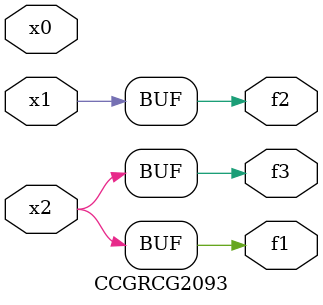
<source format=v>
module CCGRCG2093(
	input x0, x1, x2,
	output f1, f2, f3
);
	assign f1 = x2;
	assign f2 = x1;
	assign f3 = x2;
endmodule

</source>
